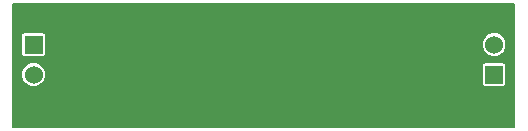
<source format=gbl>
G04 #@! TF.FileFunction,Copper,L2,Bot,Signal*
%FSLAX46Y46*%
G04 Gerber Fmt 4.6, Leading zero omitted, Abs format (unit mm)*
G04 Created by KiCad (PCBNEW (2015-08-16 BZR 6097, Git b384c94)-product) date 10/09/2015 02:10:06*
%MOMM*%
G01*
G04 APERTURE LIST*
%ADD10C,0.100000*%
%ADD11R,1.524000X1.524000*%
%ADD12C,1.524000*%
%ADD13C,0.150000*%
G04 APERTURE END LIST*
D10*
D11*
X167000000Y-106270000D03*
D12*
X167000000Y-103730000D03*
D11*
X128000000Y-103730000D03*
D12*
X128000000Y-106270000D03*
D11*
X145730000Y-109000000D03*
D12*
X148270000Y-109000000D03*
D13*
G36*
X168700000Y-110700000D02*
X126300000Y-110700000D01*
X126300000Y-106475367D01*
X126962820Y-106475367D01*
X127120362Y-106856646D01*
X127411820Y-107148613D01*
X127792823Y-107306820D01*
X128205367Y-107307180D01*
X128586646Y-107149638D01*
X128878613Y-106858180D01*
X129036820Y-106477177D01*
X129037180Y-106064633D01*
X128879638Y-105683354D01*
X128704590Y-105508000D01*
X165957613Y-105508000D01*
X165957613Y-107032000D01*
X165976788Y-107133909D01*
X166037016Y-107227506D01*
X166128914Y-107290296D01*
X166238000Y-107312387D01*
X167762000Y-107312387D01*
X167863909Y-107293212D01*
X167957506Y-107232984D01*
X168020296Y-107141086D01*
X168042387Y-107032000D01*
X168042387Y-105508000D01*
X168023212Y-105406091D01*
X167962984Y-105312494D01*
X167871086Y-105249704D01*
X167762000Y-105227613D01*
X166238000Y-105227613D01*
X166136091Y-105246788D01*
X166042494Y-105307016D01*
X165979704Y-105398914D01*
X165957613Y-105508000D01*
X128704590Y-105508000D01*
X128588180Y-105391387D01*
X128207177Y-105233180D01*
X127794633Y-105232820D01*
X127413354Y-105390362D01*
X127121387Y-105681820D01*
X126963180Y-106062823D01*
X126962820Y-106475367D01*
X126300000Y-106475367D01*
X126300000Y-102968000D01*
X126957613Y-102968000D01*
X126957613Y-104492000D01*
X126976788Y-104593909D01*
X127037016Y-104687506D01*
X127128914Y-104750296D01*
X127238000Y-104772387D01*
X128762000Y-104772387D01*
X128863909Y-104753212D01*
X128957506Y-104692984D01*
X129020296Y-104601086D01*
X129042387Y-104492000D01*
X129042387Y-103935367D01*
X165962820Y-103935367D01*
X166120362Y-104316646D01*
X166411820Y-104608613D01*
X166792823Y-104766820D01*
X167205367Y-104767180D01*
X167586646Y-104609638D01*
X167878613Y-104318180D01*
X168036820Y-103937177D01*
X168037180Y-103524633D01*
X167879638Y-103143354D01*
X167588180Y-102851387D01*
X167207177Y-102693180D01*
X166794633Y-102692820D01*
X166413354Y-102850362D01*
X166121387Y-103141820D01*
X165963180Y-103522823D01*
X165962820Y-103935367D01*
X129042387Y-103935367D01*
X129042387Y-102968000D01*
X129023212Y-102866091D01*
X128962984Y-102772494D01*
X128871086Y-102709704D01*
X128762000Y-102687613D01*
X127238000Y-102687613D01*
X127136091Y-102706788D01*
X127042494Y-102767016D01*
X126979704Y-102858914D01*
X126957613Y-102968000D01*
X126300000Y-102968000D01*
X126300000Y-100300000D01*
X168700000Y-100300000D01*
X168700000Y-110700000D01*
X168700000Y-110700000D01*
G37*
X168700000Y-110700000D02*
X126300000Y-110700000D01*
X126300000Y-106475367D01*
X126962820Y-106475367D01*
X127120362Y-106856646D01*
X127411820Y-107148613D01*
X127792823Y-107306820D01*
X128205367Y-107307180D01*
X128586646Y-107149638D01*
X128878613Y-106858180D01*
X129036820Y-106477177D01*
X129037180Y-106064633D01*
X128879638Y-105683354D01*
X128704590Y-105508000D01*
X165957613Y-105508000D01*
X165957613Y-107032000D01*
X165976788Y-107133909D01*
X166037016Y-107227506D01*
X166128914Y-107290296D01*
X166238000Y-107312387D01*
X167762000Y-107312387D01*
X167863909Y-107293212D01*
X167957506Y-107232984D01*
X168020296Y-107141086D01*
X168042387Y-107032000D01*
X168042387Y-105508000D01*
X168023212Y-105406091D01*
X167962984Y-105312494D01*
X167871086Y-105249704D01*
X167762000Y-105227613D01*
X166238000Y-105227613D01*
X166136091Y-105246788D01*
X166042494Y-105307016D01*
X165979704Y-105398914D01*
X165957613Y-105508000D01*
X128704590Y-105508000D01*
X128588180Y-105391387D01*
X128207177Y-105233180D01*
X127794633Y-105232820D01*
X127413354Y-105390362D01*
X127121387Y-105681820D01*
X126963180Y-106062823D01*
X126962820Y-106475367D01*
X126300000Y-106475367D01*
X126300000Y-102968000D01*
X126957613Y-102968000D01*
X126957613Y-104492000D01*
X126976788Y-104593909D01*
X127037016Y-104687506D01*
X127128914Y-104750296D01*
X127238000Y-104772387D01*
X128762000Y-104772387D01*
X128863909Y-104753212D01*
X128957506Y-104692984D01*
X129020296Y-104601086D01*
X129042387Y-104492000D01*
X129042387Y-103935367D01*
X165962820Y-103935367D01*
X166120362Y-104316646D01*
X166411820Y-104608613D01*
X166792823Y-104766820D01*
X167205367Y-104767180D01*
X167586646Y-104609638D01*
X167878613Y-104318180D01*
X168036820Y-103937177D01*
X168037180Y-103524633D01*
X167879638Y-103143354D01*
X167588180Y-102851387D01*
X167207177Y-102693180D01*
X166794633Y-102692820D01*
X166413354Y-102850362D01*
X166121387Y-103141820D01*
X165963180Y-103522823D01*
X165962820Y-103935367D01*
X129042387Y-103935367D01*
X129042387Y-102968000D01*
X129023212Y-102866091D01*
X128962984Y-102772494D01*
X128871086Y-102709704D01*
X128762000Y-102687613D01*
X127238000Y-102687613D01*
X127136091Y-102706788D01*
X127042494Y-102767016D01*
X126979704Y-102858914D01*
X126957613Y-102968000D01*
X126300000Y-102968000D01*
X126300000Y-100300000D01*
X168700000Y-100300000D01*
X168700000Y-110700000D01*
M02*

</source>
